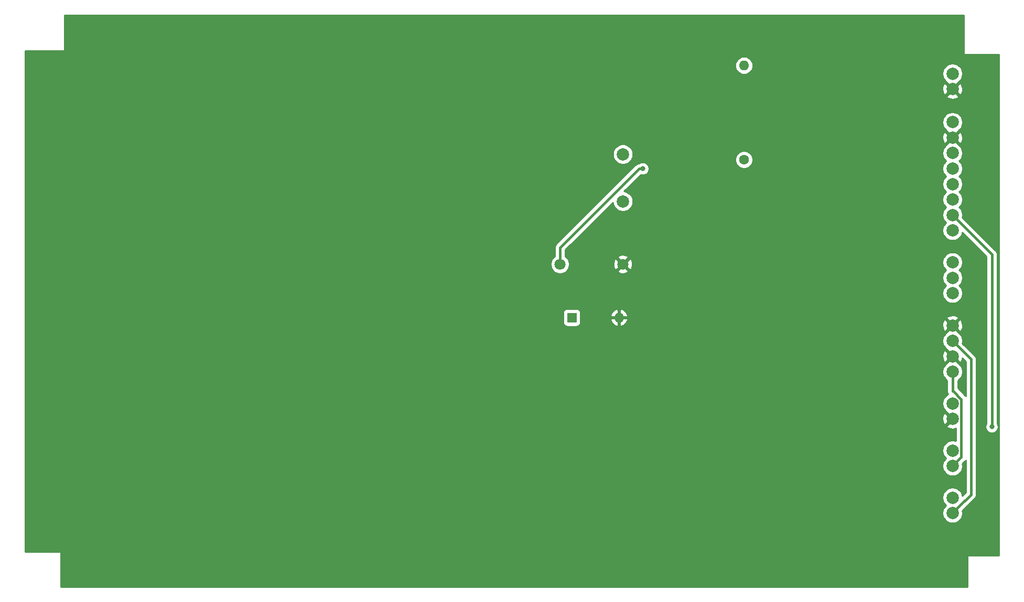
<source format=gbr>
G04 #@! TF.GenerationSoftware,KiCad,Pcbnew,(5.1.4)-1*
G04 #@! TF.CreationDate,2019-09-08T23:37:15+01:00*
G04 #@! TF.ProjectId,SafeBoard,53616665-426f-4617-9264-2e6b69636164,rev?*
G04 #@! TF.SameCoordinates,Original*
G04 #@! TF.FileFunction,Copper,L2,Bot*
G04 #@! TF.FilePolarity,Positive*
%FSLAX46Y46*%
G04 Gerber Fmt 4.6, Leading zero omitted, Abs format (unit mm)*
G04 Created by KiCad (PCBNEW (5.1.4)-1) date 2019-09-08 23:37:15*
%MOMM*%
%LPD*%
G04 APERTURE LIST*
%ADD10R,1.600000X1.600000*%
%ADD11O,1.600000X1.600000*%
%ADD12C,2.000000*%
%ADD13C,1.600000*%
%ADD14C,1.800000*%
%ADD15C,0.800000*%
%ADD16C,0.450000*%
%ADD17C,0.254000*%
G04 APERTURE END LIST*
D10*
X144742000Y-97432000D03*
D11*
X152362000Y-97432000D03*
D12*
X206210000Y-60475000D03*
X206210000Y-57975000D03*
X206210000Y-83335000D03*
X206210000Y-80835000D03*
X206210000Y-78335000D03*
X206210000Y-75835000D03*
X206210000Y-73335000D03*
X206210000Y-68335000D03*
X206210000Y-65835000D03*
X206210000Y-70835000D03*
X206210000Y-93495000D03*
X206210000Y-90995000D03*
X206210000Y-88495000D03*
X206210000Y-106195000D03*
X206210000Y-103695000D03*
X206210000Y-101195000D03*
X206210000Y-98695000D03*
X206210000Y-111315000D03*
X206210000Y-113815000D03*
X206210000Y-121435000D03*
X206210000Y-118935000D03*
X206210000Y-126555000D03*
X206210000Y-129055000D03*
D13*
X172555000Y-71905000D03*
D11*
X172555000Y-56665000D03*
D14*
X142837000Y-88796000D03*
X152997000Y-88796000D03*
D12*
X152997000Y-78636000D03*
X152997000Y-71016000D03*
D15*
X156188998Y-73335000D03*
X212560000Y-115085000D03*
D16*
X142837000Y-87523208D02*
X142837000Y-88796000D01*
X142837000Y-86121313D02*
X142837000Y-87523208D01*
X155623313Y-73335000D02*
X142837000Y-86121313D01*
X156188998Y-73335000D02*
X155623313Y-73335000D01*
X206210000Y-80835000D02*
X212560000Y-87185000D01*
X212560000Y-87185000D02*
X212560000Y-115085000D01*
X206210000Y-106195000D02*
X206210000Y-109353998D01*
X207209999Y-120435001D02*
X206210000Y-121435000D01*
X207635001Y-120009999D02*
X207209999Y-120435001D01*
X207635001Y-110630999D02*
X207635001Y-120009999D01*
X206358000Y-109353998D02*
X207635001Y-110630999D01*
X206210000Y-109353998D02*
X206358000Y-109353998D01*
X207209999Y-128055001D02*
X206210000Y-129055000D01*
X209200011Y-126064989D02*
X207209999Y-128055001D01*
X206210000Y-101195000D02*
X209200011Y-104185011D01*
X209200011Y-104185011D02*
X209200011Y-126064989D01*
D17*
G36*
X207988000Y-54760000D02*
G01*
X207990440Y-54784776D01*
X207997667Y-54808601D01*
X208009403Y-54830557D01*
X208025197Y-54849803D01*
X208044443Y-54865597D01*
X208066399Y-54877333D01*
X208090224Y-54884560D01*
X208115000Y-54887000D01*
X213703000Y-54887000D01*
X213703000Y-135913000D01*
X208750000Y-135913000D01*
X208725224Y-135915440D01*
X208701399Y-135922667D01*
X208679443Y-135934403D01*
X208660197Y-135950197D01*
X208644403Y-135969443D01*
X208632667Y-135991399D01*
X208625440Y-136015224D01*
X208623000Y-136040000D01*
X208623000Y-140993000D01*
X62192000Y-140993000D01*
X62192000Y-135405000D01*
X62189560Y-135380224D01*
X62182333Y-135356399D01*
X62170597Y-135334443D01*
X62154803Y-135315197D01*
X62135557Y-135299403D01*
X62113601Y-135287667D01*
X62089776Y-135280440D01*
X62065000Y-135278000D01*
X56477000Y-135278000D01*
X56477000Y-113877595D01*
X204568282Y-113877595D01*
X204612039Y-114196675D01*
X204717205Y-114501088D01*
X204810186Y-114675044D01*
X205074587Y-114770808D01*
X206030395Y-113815000D01*
X205074587Y-112859192D01*
X204810186Y-112954956D01*
X204669296Y-113244571D01*
X204587616Y-113556108D01*
X204568282Y-113877595D01*
X56477000Y-113877595D01*
X56477000Y-103757595D01*
X204568282Y-103757595D01*
X204612039Y-104076675D01*
X204717205Y-104381088D01*
X204810186Y-104555044D01*
X205074587Y-104650808D01*
X206030395Y-103695000D01*
X205074587Y-102739192D01*
X204810186Y-102834956D01*
X204669296Y-103124571D01*
X204587616Y-103436108D01*
X204568282Y-103757595D01*
X56477000Y-103757595D01*
X56477000Y-101033967D01*
X204575000Y-101033967D01*
X204575000Y-101356033D01*
X204637832Y-101671912D01*
X204761082Y-101969463D01*
X204940013Y-102237252D01*
X205167748Y-102464987D01*
X205264935Y-102529925D01*
X205254192Y-102559587D01*
X206210000Y-103515395D01*
X206224143Y-103501253D01*
X206403748Y-103680858D01*
X206389605Y-103695000D01*
X207345413Y-104650808D01*
X207609814Y-104555044D01*
X207750704Y-104265429D01*
X207815825Y-104017049D01*
X208340011Y-104541235D01*
X208340011Y-110134431D01*
X208246055Y-110019945D01*
X208213243Y-109993017D01*
X207070000Y-108849775D01*
X207070000Y-107586764D01*
X207252252Y-107464987D01*
X207479987Y-107237252D01*
X207658918Y-106969463D01*
X207782168Y-106671912D01*
X207845000Y-106356033D01*
X207845000Y-106033967D01*
X207782168Y-105718088D01*
X207658918Y-105420537D01*
X207479987Y-105152748D01*
X207252252Y-104925013D01*
X207155065Y-104860075D01*
X207165808Y-104830413D01*
X206210000Y-103874605D01*
X205254192Y-104830413D01*
X205264935Y-104860075D01*
X205167748Y-104925013D01*
X204940013Y-105152748D01*
X204761082Y-105420537D01*
X204637832Y-105718088D01*
X204575000Y-106033967D01*
X204575000Y-106356033D01*
X204637832Y-106671912D01*
X204761082Y-106969463D01*
X204940013Y-107237252D01*
X205167748Y-107464987D01*
X205350000Y-107586764D01*
X205350001Y-109311742D01*
X205345839Y-109353998D01*
X205362444Y-109522587D01*
X205411619Y-109684698D01*
X205491476Y-109834100D01*
X205496873Y-109840676D01*
X205435537Y-109866082D01*
X205167748Y-110045013D01*
X204940013Y-110272748D01*
X204761082Y-110540537D01*
X204637832Y-110838088D01*
X204575000Y-111153967D01*
X204575000Y-111476033D01*
X204637832Y-111791912D01*
X204761082Y-112089463D01*
X204940013Y-112357252D01*
X205167748Y-112584987D01*
X205264935Y-112649925D01*
X205254192Y-112679587D01*
X206210000Y-113635395D01*
X206224143Y-113621253D01*
X206403748Y-113800858D01*
X206389605Y-113815000D01*
X206403748Y-113829143D01*
X206224143Y-114008748D01*
X206210000Y-113994605D01*
X205254192Y-114950413D01*
X205349956Y-115214814D01*
X205639571Y-115355704D01*
X205951108Y-115437384D01*
X206272595Y-115456718D01*
X206591675Y-115412961D01*
X206775002Y-115349627D01*
X206775002Y-117399320D01*
X206686912Y-117362832D01*
X206371033Y-117300000D01*
X206048967Y-117300000D01*
X205733088Y-117362832D01*
X205435537Y-117486082D01*
X205167748Y-117665013D01*
X204940013Y-117892748D01*
X204761082Y-118160537D01*
X204637832Y-118458088D01*
X204575000Y-118773967D01*
X204575000Y-119096033D01*
X204637832Y-119411912D01*
X204761082Y-119709463D01*
X204940013Y-119977252D01*
X205147761Y-120185000D01*
X204940013Y-120392748D01*
X204761082Y-120660537D01*
X204637832Y-120958088D01*
X204575000Y-121273967D01*
X204575000Y-121596033D01*
X204637832Y-121911912D01*
X204761082Y-122209463D01*
X204940013Y-122477252D01*
X205167748Y-122704987D01*
X205435537Y-122883918D01*
X205733088Y-123007168D01*
X206048967Y-123070000D01*
X206371033Y-123070000D01*
X206686912Y-123007168D01*
X206984463Y-122883918D01*
X207252252Y-122704987D01*
X207479987Y-122477252D01*
X207658918Y-122209463D01*
X207782168Y-121911912D01*
X207845000Y-121596033D01*
X207845000Y-121273967D01*
X207802238Y-121058986D01*
X207847983Y-121013241D01*
X207847988Y-121013235D01*
X208213236Y-120647987D01*
X208246055Y-120621053D01*
X208340012Y-120506567D01*
X208340012Y-125708764D01*
X207813445Y-126235331D01*
X207782168Y-126078088D01*
X207658918Y-125780537D01*
X207479987Y-125512748D01*
X207252252Y-125285013D01*
X206984463Y-125106082D01*
X206686912Y-124982832D01*
X206371033Y-124920000D01*
X206048967Y-124920000D01*
X205733088Y-124982832D01*
X205435537Y-125106082D01*
X205167748Y-125285013D01*
X204940013Y-125512748D01*
X204761082Y-125780537D01*
X204637832Y-126078088D01*
X204575000Y-126393967D01*
X204575000Y-126716033D01*
X204637832Y-127031912D01*
X204761082Y-127329463D01*
X204940013Y-127597252D01*
X205147761Y-127805000D01*
X204940013Y-128012748D01*
X204761082Y-128280537D01*
X204637832Y-128578088D01*
X204575000Y-128893967D01*
X204575000Y-129216033D01*
X204637832Y-129531912D01*
X204761082Y-129829463D01*
X204940013Y-130097252D01*
X205167748Y-130324987D01*
X205435537Y-130503918D01*
X205733088Y-130627168D01*
X206048967Y-130690000D01*
X206371033Y-130690000D01*
X206686912Y-130627168D01*
X206984463Y-130503918D01*
X207252252Y-130324987D01*
X207479987Y-130097252D01*
X207658918Y-129829463D01*
X207782168Y-129531912D01*
X207845000Y-129216033D01*
X207845000Y-128893967D01*
X207802238Y-128678986D01*
X207847983Y-128633241D01*
X207847987Y-128633236D01*
X209778252Y-126702972D01*
X209811065Y-126676043D01*
X209918535Y-126545091D01*
X209998392Y-126395689D01*
X210047567Y-126233578D01*
X210060011Y-126107235D01*
X210060011Y-126107228D01*
X210064171Y-126064989D01*
X210060011Y-126022750D01*
X210060011Y-104227249D01*
X210064171Y-104185010D01*
X210060011Y-104142771D01*
X210060011Y-104142765D01*
X210047567Y-104016422D01*
X209998392Y-103854311D01*
X209918535Y-103704909D01*
X209811065Y-103573957D01*
X209778253Y-103547029D01*
X207802238Y-101571014D01*
X207845000Y-101356033D01*
X207845000Y-101033967D01*
X207782168Y-100718088D01*
X207658918Y-100420537D01*
X207479987Y-100152748D01*
X207252252Y-99925013D01*
X207155065Y-99860075D01*
X207165808Y-99830413D01*
X206210000Y-98874605D01*
X205254192Y-99830413D01*
X205264935Y-99860075D01*
X205167748Y-99925013D01*
X204940013Y-100152748D01*
X204761082Y-100420537D01*
X204637832Y-100718088D01*
X204575000Y-101033967D01*
X56477000Y-101033967D01*
X56477000Y-96632000D01*
X143303928Y-96632000D01*
X143303928Y-98232000D01*
X143316188Y-98356482D01*
X143352498Y-98476180D01*
X143411463Y-98586494D01*
X143490815Y-98683185D01*
X143587506Y-98762537D01*
X143697820Y-98821502D01*
X143817518Y-98857812D01*
X143942000Y-98870072D01*
X145542000Y-98870072D01*
X145666482Y-98857812D01*
X145786180Y-98821502D01*
X145896494Y-98762537D01*
X145993185Y-98683185D01*
X146072537Y-98586494D01*
X146131502Y-98476180D01*
X146167812Y-98356482D01*
X146180072Y-98232000D01*
X146180072Y-97781039D01*
X150970096Y-97781039D01*
X151010754Y-97915087D01*
X151130963Y-98169420D01*
X151298481Y-98395414D01*
X151506869Y-98584385D01*
X151748119Y-98729070D01*
X152012960Y-98823909D01*
X152235000Y-98702624D01*
X152235000Y-97559000D01*
X152489000Y-97559000D01*
X152489000Y-98702624D01*
X152711040Y-98823909D01*
X152896224Y-98757595D01*
X204568282Y-98757595D01*
X204612039Y-99076675D01*
X204717205Y-99381088D01*
X204810186Y-99555044D01*
X205074587Y-99650808D01*
X206030395Y-98695000D01*
X206389605Y-98695000D01*
X207345413Y-99650808D01*
X207609814Y-99555044D01*
X207750704Y-99265429D01*
X207832384Y-98953892D01*
X207851718Y-98632405D01*
X207807961Y-98313325D01*
X207702795Y-98008912D01*
X207609814Y-97834956D01*
X207345413Y-97739192D01*
X206389605Y-98695000D01*
X206030395Y-98695000D01*
X205074587Y-97739192D01*
X204810186Y-97834956D01*
X204669296Y-98124571D01*
X204587616Y-98436108D01*
X204568282Y-98757595D01*
X152896224Y-98757595D01*
X152975881Y-98729070D01*
X153217131Y-98584385D01*
X153425519Y-98395414D01*
X153593037Y-98169420D01*
X153713246Y-97915087D01*
X153753904Y-97781039D01*
X153632238Y-97559587D01*
X205254192Y-97559587D01*
X206210000Y-98515395D01*
X207165808Y-97559587D01*
X207070044Y-97295186D01*
X206780429Y-97154296D01*
X206468892Y-97072616D01*
X206147405Y-97053282D01*
X205828325Y-97097039D01*
X205523912Y-97202205D01*
X205349956Y-97295186D01*
X205254192Y-97559587D01*
X153632238Y-97559587D01*
X153631915Y-97559000D01*
X152489000Y-97559000D01*
X152235000Y-97559000D01*
X151092085Y-97559000D01*
X150970096Y-97781039D01*
X146180072Y-97781039D01*
X146180072Y-97082961D01*
X150970096Y-97082961D01*
X151092085Y-97305000D01*
X152235000Y-97305000D01*
X152235000Y-96161376D01*
X152489000Y-96161376D01*
X152489000Y-97305000D01*
X153631915Y-97305000D01*
X153753904Y-97082961D01*
X153713246Y-96948913D01*
X153593037Y-96694580D01*
X153425519Y-96468586D01*
X153217131Y-96279615D01*
X152975881Y-96134930D01*
X152711040Y-96040091D01*
X152489000Y-96161376D01*
X152235000Y-96161376D01*
X152012960Y-96040091D01*
X151748119Y-96134930D01*
X151506869Y-96279615D01*
X151298481Y-96468586D01*
X151130963Y-96694580D01*
X151010754Y-96948913D01*
X150970096Y-97082961D01*
X146180072Y-97082961D01*
X146180072Y-96632000D01*
X146167812Y-96507518D01*
X146131502Y-96387820D01*
X146072537Y-96277506D01*
X145993185Y-96180815D01*
X145896494Y-96101463D01*
X145786180Y-96042498D01*
X145666482Y-96006188D01*
X145542000Y-95993928D01*
X143942000Y-95993928D01*
X143817518Y-96006188D01*
X143697820Y-96042498D01*
X143587506Y-96101463D01*
X143490815Y-96180815D01*
X143411463Y-96277506D01*
X143352498Y-96387820D01*
X143316188Y-96507518D01*
X143303928Y-96632000D01*
X56477000Y-96632000D01*
X56477000Y-88644816D01*
X141302000Y-88644816D01*
X141302000Y-88947184D01*
X141360989Y-89243743D01*
X141476701Y-89523095D01*
X141644688Y-89774505D01*
X141858495Y-89988312D01*
X142109905Y-90156299D01*
X142389257Y-90272011D01*
X142685816Y-90331000D01*
X142988184Y-90331000D01*
X143284743Y-90272011D01*
X143564095Y-90156299D01*
X143815505Y-89988312D01*
X143943737Y-89860080D01*
X152112525Y-89860080D01*
X152196208Y-90114261D01*
X152468775Y-90245158D01*
X152761642Y-90320365D01*
X153063553Y-90336991D01*
X153362907Y-90294397D01*
X153648199Y-90194222D01*
X153797792Y-90114261D01*
X153881475Y-89860080D01*
X152997000Y-88975605D01*
X152112525Y-89860080D01*
X143943737Y-89860080D01*
X144029312Y-89774505D01*
X144197299Y-89523095D01*
X144313011Y-89243743D01*
X144372000Y-88947184D01*
X144372000Y-88862553D01*
X151456009Y-88862553D01*
X151498603Y-89161907D01*
X151598778Y-89447199D01*
X151678739Y-89596792D01*
X151932920Y-89680475D01*
X152817395Y-88796000D01*
X153176605Y-88796000D01*
X154061080Y-89680475D01*
X154315261Y-89596792D01*
X154446158Y-89324225D01*
X154521365Y-89031358D01*
X154537991Y-88729447D01*
X154495397Y-88430093D01*
X154461645Y-88333967D01*
X204575000Y-88333967D01*
X204575000Y-88656033D01*
X204637832Y-88971912D01*
X204761082Y-89269463D01*
X204940013Y-89537252D01*
X205147761Y-89745000D01*
X204940013Y-89952748D01*
X204761082Y-90220537D01*
X204637832Y-90518088D01*
X204575000Y-90833967D01*
X204575000Y-91156033D01*
X204637832Y-91471912D01*
X204761082Y-91769463D01*
X204940013Y-92037252D01*
X205147761Y-92245000D01*
X204940013Y-92452748D01*
X204761082Y-92720537D01*
X204637832Y-93018088D01*
X204575000Y-93333967D01*
X204575000Y-93656033D01*
X204637832Y-93971912D01*
X204761082Y-94269463D01*
X204940013Y-94537252D01*
X205167748Y-94764987D01*
X205435537Y-94943918D01*
X205733088Y-95067168D01*
X206048967Y-95130000D01*
X206371033Y-95130000D01*
X206686912Y-95067168D01*
X206984463Y-94943918D01*
X207252252Y-94764987D01*
X207479987Y-94537252D01*
X207658918Y-94269463D01*
X207782168Y-93971912D01*
X207845000Y-93656033D01*
X207845000Y-93333967D01*
X207782168Y-93018088D01*
X207658918Y-92720537D01*
X207479987Y-92452748D01*
X207272239Y-92245000D01*
X207479987Y-92037252D01*
X207658918Y-91769463D01*
X207782168Y-91471912D01*
X207845000Y-91156033D01*
X207845000Y-90833967D01*
X207782168Y-90518088D01*
X207658918Y-90220537D01*
X207479987Y-89952748D01*
X207272239Y-89745000D01*
X207479987Y-89537252D01*
X207658918Y-89269463D01*
X207782168Y-88971912D01*
X207845000Y-88656033D01*
X207845000Y-88333967D01*
X207782168Y-88018088D01*
X207658918Y-87720537D01*
X207479987Y-87452748D01*
X207252252Y-87225013D01*
X206984463Y-87046082D01*
X206686912Y-86922832D01*
X206371033Y-86860000D01*
X206048967Y-86860000D01*
X205733088Y-86922832D01*
X205435537Y-87046082D01*
X205167748Y-87225013D01*
X204940013Y-87452748D01*
X204761082Y-87720537D01*
X204637832Y-88018088D01*
X204575000Y-88333967D01*
X154461645Y-88333967D01*
X154395222Y-88144801D01*
X154315261Y-87995208D01*
X154061080Y-87911525D01*
X153176605Y-88796000D01*
X152817395Y-88796000D01*
X151932920Y-87911525D01*
X151678739Y-87995208D01*
X151547842Y-88267775D01*
X151472635Y-88560642D01*
X151456009Y-88862553D01*
X144372000Y-88862553D01*
X144372000Y-88644816D01*
X144313011Y-88348257D01*
X144197299Y-88068905D01*
X144029312Y-87817495D01*
X143943737Y-87731920D01*
X152112525Y-87731920D01*
X152997000Y-88616395D01*
X153881475Y-87731920D01*
X153797792Y-87477739D01*
X153525225Y-87346842D01*
X153232358Y-87271635D01*
X152930447Y-87255009D01*
X152631093Y-87297603D01*
X152345801Y-87397778D01*
X152196208Y-87477739D01*
X152112525Y-87731920D01*
X143943737Y-87731920D01*
X143815505Y-87603688D01*
X143697000Y-87524505D01*
X143697000Y-86477536D01*
X151364572Y-78809964D01*
X151424832Y-79112912D01*
X151548082Y-79410463D01*
X151727013Y-79678252D01*
X151954748Y-79905987D01*
X152222537Y-80084918D01*
X152520088Y-80208168D01*
X152835967Y-80271000D01*
X153158033Y-80271000D01*
X153473912Y-80208168D01*
X153771463Y-80084918D01*
X154039252Y-79905987D01*
X154266987Y-79678252D01*
X154445918Y-79410463D01*
X154569168Y-79112912D01*
X154632000Y-78797033D01*
X154632000Y-78474967D01*
X154569168Y-78159088D01*
X154445918Y-77861537D01*
X154266987Y-77593748D01*
X154039252Y-77366013D01*
X153771463Y-77187082D01*
X153473912Y-77063832D01*
X153170965Y-77003572D01*
X155856844Y-74317693D01*
X155887100Y-74330226D01*
X156087059Y-74370000D01*
X156290937Y-74370000D01*
X156490896Y-74330226D01*
X156679254Y-74252205D01*
X156848772Y-74138937D01*
X156992935Y-73994774D01*
X157106203Y-73825256D01*
X157184224Y-73636898D01*
X157223998Y-73436939D01*
X157223998Y-73233061D01*
X157184224Y-73033102D01*
X157106203Y-72844744D01*
X156992935Y-72675226D01*
X156848772Y-72531063D01*
X156679254Y-72417795D01*
X156490896Y-72339774D01*
X156290937Y-72300000D01*
X156087059Y-72300000D01*
X155887100Y-72339774D01*
X155698742Y-72417795D01*
X155618670Y-72471297D01*
X155581073Y-72475000D01*
X155581067Y-72475000D01*
X155471871Y-72485755D01*
X155454723Y-72487444D01*
X155405548Y-72502361D01*
X155292613Y-72536619D01*
X155143211Y-72616476D01*
X155012259Y-72723946D01*
X154985330Y-72756759D01*
X142258765Y-85483325D01*
X142225946Y-85510259D01*
X142118476Y-85641212D01*
X142038619Y-85790614D01*
X141989444Y-85952725D01*
X141977000Y-86079068D01*
X141977000Y-86079074D01*
X141972840Y-86121313D01*
X141977000Y-86163552D01*
X141977001Y-87480953D01*
X141977000Y-87480963D01*
X141977000Y-87524505D01*
X141858495Y-87603688D01*
X141644688Y-87817495D01*
X141476701Y-88068905D01*
X141360989Y-88348257D01*
X141302000Y-88644816D01*
X56477000Y-88644816D01*
X56477000Y-70854967D01*
X151362000Y-70854967D01*
X151362000Y-71177033D01*
X151424832Y-71492912D01*
X151548082Y-71790463D01*
X151727013Y-72058252D01*
X151954748Y-72285987D01*
X152222537Y-72464918D01*
X152520088Y-72588168D01*
X152835967Y-72651000D01*
X153158033Y-72651000D01*
X153473912Y-72588168D01*
X153771463Y-72464918D01*
X154039252Y-72285987D01*
X154266987Y-72058252D01*
X154445918Y-71790463D01*
X154457018Y-71763665D01*
X171120000Y-71763665D01*
X171120000Y-72046335D01*
X171175147Y-72323574D01*
X171283320Y-72584727D01*
X171440363Y-72819759D01*
X171640241Y-73019637D01*
X171875273Y-73176680D01*
X172136426Y-73284853D01*
X172413665Y-73340000D01*
X172696335Y-73340000D01*
X172973574Y-73284853D01*
X173234727Y-73176680D01*
X173469759Y-73019637D01*
X173669637Y-72819759D01*
X173826680Y-72584727D01*
X173934853Y-72323574D01*
X173990000Y-72046335D01*
X173990000Y-71763665D01*
X173934853Y-71486426D01*
X173826680Y-71225273D01*
X173669637Y-70990241D01*
X173469759Y-70790363D01*
X173295560Y-70673967D01*
X204575000Y-70673967D01*
X204575000Y-70996033D01*
X204637832Y-71311912D01*
X204761082Y-71609463D01*
X204940013Y-71877252D01*
X205147761Y-72085000D01*
X204940013Y-72292748D01*
X204761082Y-72560537D01*
X204637832Y-72858088D01*
X204575000Y-73173967D01*
X204575000Y-73496033D01*
X204637832Y-73811912D01*
X204761082Y-74109463D01*
X204940013Y-74377252D01*
X205147761Y-74585000D01*
X204940013Y-74792748D01*
X204761082Y-75060537D01*
X204637832Y-75358088D01*
X204575000Y-75673967D01*
X204575000Y-75996033D01*
X204637832Y-76311912D01*
X204761082Y-76609463D01*
X204940013Y-76877252D01*
X205147761Y-77085000D01*
X204940013Y-77292748D01*
X204761082Y-77560537D01*
X204637832Y-77858088D01*
X204575000Y-78173967D01*
X204575000Y-78496033D01*
X204637832Y-78811912D01*
X204761082Y-79109463D01*
X204940013Y-79377252D01*
X205147761Y-79585000D01*
X204940013Y-79792748D01*
X204761082Y-80060537D01*
X204637832Y-80358088D01*
X204575000Y-80673967D01*
X204575000Y-80996033D01*
X204637832Y-81311912D01*
X204761082Y-81609463D01*
X204940013Y-81877252D01*
X205147761Y-82085000D01*
X204940013Y-82292748D01*
X204761082Y-82560537D01*
X204637832Y-82858088D01*
X204575000Y-83173967D01*
X204575000Y-83496033D01*
X204637832Y-83811912D01*
X204761082Y-84109463D01*
X204940013Y-84377252D01*
X205167748Y-84604987D01*
X205435537Y-84783918D01*
X205733088Y-84907168D01*
X206048967Y-84970000D01*
X206371033Y-84970000D01*
X206686912Y-84907168D01*
X206984463Y-84783918D01*
X207252252Y-84604987D01*
X207479987Y-84377252D01*
X207658918Y-84109463D01*
X207782168Y-83811912D01*
X207813445Y-83654669D01*
X211700000Y-87541224D01*
X211700001Y-114509129D01*
X211642795Y-114594744D01*
X211564774Y-114783102D01*
X211525000Y-114983061D01*
X211525000Y-115186939D01*
X211564774Y-115386898D01*
X211642795Y-115575256D01*
X211756063Y-115744774D01*
X211900226Y-115888937D01*
X212069744Y-116002205D01*
X212258102Y-116080226D01*
X212458061Y-116120000D01*
X212661939Y-116120000D01*
X212861898Y-116080226D01*
X213050256Y-116002205D01*
X213219774Y-115888937D01*
X213363937Y-115744774D01*
X213477205Y-115575256D01*
X213555226Y-115386898D01*
X213595000Y-115186939D01*
X213595000Y-114983061D01*
X213555226Y-114783102D01*
X213477205Y-114594744D01*
X213420000Y-114509130D01*
X213420000Y-87227238D01*
X213424160Y-87184999D01*
X213420000Y-87142760D01*
X213420000Y-87142754D01*
X213407556Y-87016411D01*
X213358381Y-86854300D01*
X213278524Y-86704898D01*
X213171054Y-86573946D01*
X213138242Y-86547018D01*
X207802238Y-81211015D01*
X207845000Y-80996033D01*
X207845000Y-80673967D01*
X207782168Y-80358088D01*
X207658918Y-80060537D01*
X207479987Y-79792748D01*
X207272239Y-79585000D01*
X207479987Y-79377252D01*
X207658918Y-79109463D01*
X207782168Y-78811912D01*
X207845000Y-78496033D01*
X207845000Y-78173967D01*
X207782168Y-77858088D01*
X207658918Y-77560537D01*
X207479987Y-77292748D01*
X207272239Y-77085000D01*
X207479987Y-76877252D01*
X207658918Y-76609463D01*
X207782168Y-76311912D01*
X207845000Y-75996033D01*
X207845000Y-75673967D01*
X207782168Y-75358088D01*
X207658918Y-75060537D01*
X207479987Y-74792748D01*
X207272239Y-74585000D01*
X207479987Y-74377252D01*
X207658918Y-74109463D01*
X207782168Y-73811912D01*
X207845000Y-73496033D01*
X207845000Y-73173967D01*
X207782168Y-72858088D01*
X207658918Y-72560537D01*
X207479987Y-72292748D01*
X207272239Y-72085000D01*
X207479987Y-71877252D01*
X207658918Y-71609463D01*
X207782168Y-71311912D01*
X207845000Y-70996033D01*
X207845000Y-70673967D01*
X207782168Y-70358088D01*
X207658918Y-70060537D01*
X207479987Y-69792748D01*
X207252252Y-69565013D01*
X207155065Y-69500075D01*
X207165808Y-69470413D01*
X206210000Y-68514605D01*
X205254192Y-69470413D01*
X205264935Y-69500075D01*
X205167748Y-69565013D01*
X204940013Y-69792748D01*
X204761082Y-70060537D01*
X204637832Y-70358088D01*
X204575000Y-70673967D01*
X173295560Y-70673967D01*
X173234727Y-70633320D01*
X172973574Y-70525147D01*
X172696335Y-70470000D01*
X172413665Y-70470000D01*
X172136426Y-70525147D01*
X171875273Y-70633320D01*
X171640241Y-70790363D01*
X171440363Y-70990241D01*
X171283320Y-71225273D01*
X171175147Y-71486426D01*
X171120000Y-71763665D01*
X154457018Y-71763665D01*
X154569168Y-71492912D01*
X154632000Y-71177033D01*
X154632000Y-70854967D01*
X154569168Y-70539088D01*
X154445918Y-70241537D01*
X154266987Y-69973748D01*
X154039252Y-69746013D01*
X153771463Y-69567082D01*
X153473912Y-69443832D01*
X153158033Y-69381000D01*
X152835967Y-69381000D01*
X152520088Y-69443832D01*
X152222537Y-69567082D01*
X151954748Y-69746013D01*
X151727013Y-69973748D01*
X151548082Y-70241537D01*
X151424832Y-70539088D01*
X151362000Y-70854967D01*
X56477000Y-70854967D01*
X56477000Y-68397595D01*
X204568282Y-68397595D01*
X204612039Y-68716675D01*
X204717205Y-69021088D01*
X204810186Y-69195044D01*
X205074587Y-69290808D01*
X206030395Y-68335000D01*
X206389605Y-68335000D01*
X207345413Y-69290808D01*
X207609814Y-69195044D01*
X207750704Y-68905429D01*
X207832384Y-68593892D01*
X207851718Y-68272405D01*
X207807961Y-67953325D01*
X207702795Y-67648912D01*
X207609814Y-67474956D01*
X207345413Y-67379192D01*
X206389605Y-68335000D01*
X206030395Y-68335000D01*
X205074587Y-67379192D01*
X204810186Y-67474956D01*
X204669296Y-67764571D01*
X204587616Y-68076108D01*
X204568282Y-68397595D01*
X56477000Y-68397595D01*
X56477000Y-65673967D01*
X204575000Y-65673967D01*
X204575000Y-65996033D01*
X204637832Y-66311912D01*
X204761082Y-66609463D01*
X204940013Y-66877252D01*
X205167748Y-67104987D01*
X205264935Y-67169925D01*
X205254192Y-67199587D01*
X206210000Y-68155395D01*
X207165808Y-67199587D01*
X207155065Y-67169925D01*
X207252252Y-67104987D01*
X207479987Y-66877252D01*
X207658918Y-66609463D01*
X207782168Y-66311912D01*
X207845000Y-65996033D01*
X207845000Y-65673967D01*
X207782168Y-65358088D01*
X207658918Y-65060537D01*
X207479987Y-64792748D01*
X207252252Y-64565013D01*
X206984463Y-64386082D01*
X206686912Y-64262832D01*
X206371033Y-64200000D01*
X206048967Y-64200000D01*
X205733088Y-64262832D01*
X205435537Y-64386082D01*
X205167748Y-64565013D01*
X204940013Y-64792748D01*
X204761082Y-65060537D01*
X204637832Y-65358088D01*
X204575000Y-65673967D01*
X56477000Y-65673967D01*
X56477000Y-61610413D01*
X205254192Y-61610413D01*
X205349956Y-61874814D01*
X205639571Y-62015704D01*
X205951108Y-62097384D01*
X206272595Y-62116718D01*
X206591675Y-62072961D01*
X206896088Y-61967795D01*
X207070044Y-61874814D01*
X207165808Y-61610413D01*
X206210000Y-60654605D01*
X205254192Y-61610413D01*
X56477000Y-61610413D01*
X56477000Y-60537595D01*
X204568282Y-60537595D01*
X204612039Y-60856675D01*
X204717205Y-61161088D01*
X204810186Y-61335044D01*
X205074587Y-61430808D01*
X206030395Y-60475000D01*
X206389605Y-60475000D01*
X207345413Y-61430808D01*
X207609814Y-61335044D01*
X207750704Y-61045429D01*
X207832384Y-60733892D01*
X207851718Y-60412405D01*
X207807961Y-60093325D01*
X207702795Y-59788912D01*
X207609814Y-59614956D01*
X207345413Y-59519192D01*
X206389605Y-60475000D01*
X206030395Y-60475000D01*
X205074587Y-59519192D01*
X204810186Y-59614956D01*
X204669296Y-59904571D01*
X204587616Y-60216108D01*
X204568282Y-60537595D01*
X56477000Y-60537595D01*
X56477000Y-56665000D01*
X171113057Y-56665000D01*
X171140764Y-56946309D01*
X171222818Y-57216808D01*
X171356068Y-57466101D01*
X171535392Y-57684608D01*
X171753899Y-57863932D01*
X172003192Y-57997182D01*
X172273691Y-58079236D01*
X172484508Y-58100000D01*
X172625492Y-58100000D01*
X172836309Y-58079236D01*
X173106808Y-57997182D01*
X173356101Y-57863932D01*
X173416983Y-57813967D01*
X204575000Y-57813967D01*
X204575000Y-58136033D01*
X204637832Y-58451912D01*
X204761082Y-58749463D01*
X204940013Y-59017252D01*
X205167748Y-59244987D01*
X205264935Y-59309925D01*
X205254192Y-59339587D01*
X206210000Y-60295395D01*
X207165808Y-59339587D01*
X207155065Y-59309925D01*
X207252252Y-59244987D01*
X207479987Y-59017252D01*
X207658918Y-58749463D01*
X207782168Y-58451912D01*
X207845000Y-58136033D01*
X207845000Y-57813967D01*
X207782168Y-57498088D01*
X207658918Y-57200537D01*
X207479987Y-56932748D01*
X207252252Y-56705013D01*
X206984463Y-56526082D01*
X206686912Y-56402832D01*
X206371033Y-56340000D01*
X206048967Y-56340000D01*
X205733088Y-56402832D01*
X205435537Y-56526082D01*
X205167748Y-56705013D01*
X204940013Y-56932748D01*
X204761082Y-57200537D01*
X204637832Y-57498088D01*
X204575000Y-57813967D01*
X173416983Y-57813967D01*
X173574608Y-57684608D01*
X173753932Y-57466101D01*
X173887182Y-57216808D01*
X173969236Y-56946309D01*
X173996943Y-56665000D01*
X173969236Y-56383691D01*
X173887182Y-56113192D01*
X173753932Y-55863899D01*
X173574608Y-55645392D01*
X173356101Y-55466068D01*
X173106808Y-55332818D01*
X172836309Y-55250764D01*
X172625492Y-55230000D01*
X172484508Y-55230000D01*
X172273691Y-55250764D01*
X172003192Y-55332818D01*
X171753899Y-55466068D01*
X171535392Y-55645392D01*
X171356068Y-55863899D01*
X171222818Y-56113192D01*
X171140764Y-56383691D01*
X171113057Y-56665000D01*
X56477000Y-56665000D01*
X56477000Y-54252000D01*
X62700000Y-54252000D01*
X62724776Y-54249560D01*
X62748601Y-54242333D01*
X62770557Y-54230597D01*
X62789803Y-54214803D01*
X62805597Y-54195557D01*
X62817333Y-54173601D01*
X62824560Y-54149776D01*
X62827000Y-54125000D01*
X62827000Y-48537000D01*
X207988000Y-48537000D01*
X207988000Y-54760000D01*
X207988000Y-54760000D01*
G37*
X207988000Y-54760000D02*
X207990440Y-54784776D01*
X207997667Y-54808601D01*
X208009403Y-54830557D01*
X208025197Y-54849803D01*
X208044443Y-54865597D01*
X208066399Y-54877333D01*
X208090224Y-54884560D01*
X208115000Y-54887000D01*
X213703000Y-54887000D01*
X213703000Y-135913000D01*
X208750000Y-135913000D01*
X208725224Y-135915440D01*
X208701399Y-135922667D01*
X208679443Y-135934403D01*
X208660197Y-135950197D01*
X208644403Y-135969443D01*
X208632667Y-135991399D01*
X208625440Y-136015224D01*
X208623000Y-136040000D01*
X208623000Y-140993000D01*
X62192000Y-140993000D01*
X62192000Y-135405000D01*
X62189560Y-135380224D01*
X62182333Y-135356399D01*
X62170597Y-135334443D01*
X62154803Y-135315197D01*
X62135557Y-135299403D01*
X62113601Y-135287667D01*
X62089776Y-135280440D01*
X62065000Y-135278000D01*
X56477000Y-135278000D01*
X56477000Y-113877595D01*
X204568282Y-113877595D01*
X204612039Y-114196675D01*
X204717205Y-114501088D01*
X204810186Y-114675044D01*
X205074587Y-114770808D01*
X206030395Y-113815000D01*
X205074587Y-112859192D01*
X204810186Y-112954956D01*
X204669296Y-113244571D01*
X204587616Y-113556108D01*
X204568282Y-113877595D01*
X56477000Y-113877595D01*
X56477000Y-103757595D01*
X204568282Y-103757595D01*
X204612039Y-104076675D01*
X204717205Y-104381088D01*
X204810186Y-104555044D01*
X205074587Y-104650808D01*
X206030395Y-103695000D01*
X205074587Y-102739192D01*
X204810186Y-102834956D01*
X204669296Y-103124571D01*
X204587616Y-103436108D01*
X204568282Y-103757595D01*
X56477000Y-103757595D01*
X56477000Y-101033967D01*
X204575000Y-101033967D01*
X204575000Y-101356033D01*
X204637832Y-101671912D01*
X204761082Y-101969463D01*
X204940013Y-102237252D01*
X205167748Y-102464987D01*
X205264935Y-102529925D01*
X205254192Y-102559587D01*
X206210000Y-103515395D01*
X206224143Y-103501253D01*
X206403748Y-103680858D01*
X206389605Y-103695000D01*
X207345413Y-104650808D01*
X207609814Y-104555044D01*
X207750704Y-104265429D01*
X207815825Y-104017049D01*
X208340011Y-104541235D01*
X208340011Y-110134431D01*
X208246055Y-110019945D01*
X208213243Y-109993017D01*
X207070000Y-108849775D01*
X207070000Y-107586764D01*
X207252252Y-107464987D01*
X207479987Y-107237252D01*
X207658918Y-106969463D01*
X207782168Y-106671912D01*
X207845000Y-106356033D01*
X207845000Y-106033967D01*
X207782168Y-105718088D01*
X207658918Y-105420537D01*
X207479987Y-105152748D01*
X207252252Y-104925013D01*
X207155065Y-104860075D01*
X207165808Y-104830413D01*
X206210000Y-103874605D01*
X205254192Y-104830413D01*
X205264935Y-104860075D01*
X205167748Y-104925013D01*
X204940013Y-105152748D01*
X204761082Y-105420537D01*
X204637832Y-105718088D01*
X204575000Y-106033967D01*
X204575000Y-106356033D01*
X204637832Y-106671912D01*
X204761082Y-106969463D01*
X204940013Y-107237252D01*
X205167748Y-107464987D01*
X205350000Y-107586764D01*
X205350001Y-109311742D01*
X205345839Y-109353998D01*
X205362444Y-109522587D01*
X205411619Y-109684698D01*
X205491476Y-109834100D01*
X205496873Y-109840676D01*
X205435537Y-109866082D01*
X205167748Y-110045013D01*
X204940013Y-110272748D01*
X204761082Y-110540537D01*
X204637832Y-110838088D01*
X204575000Y-111153967D01*
X204575000Y-111476033D01*
X204637832Y-111791912D01*
X204761082Y-112089463D01*
X204940013Y-112357252D01*
X205167748Y-112584987D01*
X205264935Y-112649925D01*
X205254192Y-112679587D01*
X206210000Y-113635395D01*
X206224143Y-113621253D01*
X206403748Y-113800858D01*
X206389605Y-113815000D01*
X206403748Y-113829143D01*
X206224143Y-114008748D01*
X206210000Y-113994605D01*
X205254192Y-114950413D01*
X205349956Y-115214814D01*
X205639571Y-115355704D01*
X205951108Y-115437384D01*
X206272595Y-115456718D01*
X206591675Y-115412961D01*
X206775002Y-115349627D01*
X206775002Y-117399320D01*
X206686912Y-117362832D01*
X206371033Y-117300000D01*
X206048967Y-117300000D01*
X205733088Y-117362832D01*
X205435537Y-117486082D01*
X205167748Y-117665013D01*
X204940013Y-117892748D01*
X204761082Y-118160537D01*
X204637832Y-118458088D01*
X204575000Y-118773967D01*
X204575000Y-119096033D01*
X204637832Y-119411912D01*
X204761082Y-119709463D01*
X204940013Y-119977252D01*
X205147761Y-120185000D01*
X204940013Y-120392748D01*
X204761082Y-120660537D01*
X204637832Y-120958088D01*
X204575000Y-121273967D01*
X204575000Y-121596033D01*
X204637832Y-121911912D01*
X204761082Y-122209463D01*
X204940013Y-122477252D01*
X205167748Y-122704987D01*
X205435537Y-122883918D01*
X205733088Y-123007168D01*
X206048967Y-123070000D01*
X206371033Y-123070000D01*
X206686912Y-123007168D01*
X206984463Y-122883918D01*
X207252252Y-122704987D01*
X207479987Y-122477252D01*
X207658918Y-122209463D01*
X207782168Y-121911912D01*
X207845000Y-121596033D01*
X207845000Y-121273967D01*
X207802238Y-121058986D01*
X207847983Y-121013241D01*
X207847988Y-121013235D01*
X208213236Y-120647987D01*
X208246055Y-120621053D01*
X208340012Y-120506567D01*
X208340012Y-125708764D01*
X207813445Y-126235331D01*
X207782168Y-126078088D01*
X207658918Y-125780537D01*
X207479987Y-125512748D01*
X207252252Y-125285013D01*
X206984463Y-125106082D01*
X206686912Y-124982832D01*
X206371033Y-124920000D01*
X206048967Y-124920000D01*
X205733088Y-124982832D01*
X205435537Y-125106082D01*
X205167748Y-125285013D01*
X204940013Y-125512748D01*
X204761082Y-125780537D01*
X204637832Y-126078088D01*
X204575000Y-126393967D01*
X204575000Y-126716033D01*
X204637832Y-127031912D01*
X204761082Y-127329463D01*
X204940013Y-127597252D01*
X205147761Y-127805000D01*
X204940013Y-128012748D01*
X204761082Y-128280537D01*
X204637832Y-128578088D01*
X204575000Y-128893967D01*
X204575000Y-129216033D01*
X204637832Y-129531912D01*
X204761082Y-129829463D01*
X204940013Y-130097252D01*
X205167748Y-130324987D01*
X205435537Y-130503918D01*
X205733088Y-130627168D01*
X206048967Y-130690000D01*
X206371033Y-130690000D01*
X206686912Y-130627168D01*
X206984463Y-130503918D01*
X207252252Y-130324987D01*
X207479987Y-130097252D01*
X207658918Y-129829463D01*
X207782168Y-129531912D01*
X207845000Y-129216033D01*
X207845000Y-128893967D01*
X207802238Y-128678986D01*
X207847983Y-128633241D01*
X207847987Y-128633236D01*
X209778252Y-126702972D01*
X209811065Y-126676043D01*
X209918535Y-126545091D01*
X209998392Y-126395689D01*
X210047567Y-126233578D01*
X210060011Y-126107235D01*
X210060011Y-126107228D01*
X210064171Y-126064989D01*
X210060011Y-126022750D01*
X210060011Y-104227249D01*
X210064171Y-104185010D01*
X210060011Y-104142771D01*
X210060011Y-104142765D01*
X210047567Y-104016422D01*
X209998392Y-103854311D01*
X209918535Y-103704909D01*
X209811065Y-103573957D01*
X209778253Y-103547029D01*
X207802238Y-101571014D01*
X207845000Y-101356033D01*
X207845000Y-101033967D01*
X207782168Y-100718088D01*
X207658918Y-100420537D01*
X207479987Y-100152748D01*
X207252252Y-99925013D01*
X207155065Y-99860075D01*
X207165808Y-99830413D01*
X206210000Y-98874605D01*
X205254192Y-99830413D01*
X205264935Y-99860075D01*
X205167748Y-99925013D01*
X204940013Y-100152748D01*
X204761082Y-100420537D01*
X204637832Y-100718088D01*
X204575000Y-101033967D01*
X56477000Y-101033967D01*
X56477000Y-96632000D01*
X143303928Y-96632000D01*
X143303928Y-98232000D01*
X143316188Y-98356482D01*
X143352498Y-98476180D01*
X143411463Y-98586494D01*
X143490815Y-98683185D01*
X143587506Y-98762537D01*
X143697820Y-98821502D01*
X143817518Y-98857812D01*
X143942000Y-98870072D01*
X145542000Y-98870072D01*
X145666482Y-98857812D01*
X145786180Y-98821502D01*
X145896494Y-98762537D01*
X145993185Y-98683185D01*
X146072537Y-98586494D01*
X146131502Y-98476180D01*
X146167812Y-98356482D01*
X146180072Y-98232000D01*
X146180072Y-97781039D01*
X150970096Y-97781039D01*
X151010754Y-97915087D01*
X151130963Y-98169420D01*
X151298481Y-98395414D01*
X151506869Y-98584385D01*
X151748119Y-98729070D01*
X152012960Y-98823909D01*
X152235000Y-98702624D01*
X152235000Y-97559000D01*
X152489000Y-97559000D01*
X152489000Y-98702624D01*
X152711040Y-98823909D01*
X152896224Y-98757595D01*
X204568282Y-98757595D01*
X204612039Y-99076675D01*
X204717205Y-99381088D01*
X204810186Y-99555044D01*
X205074587Y-99650808D01*
X206030395Y-98695000D01*
X206389605Y-98695000D01*
X207345413Y-99650808D01*
X207609814Y-99555044D01*
X207750704Y-99265429D01*
X207832384Y-98953892D01*
X207851718Y-98632405D01*
X207807961Y-98313325D01*
X207702795Y-98008912D01*
X207609814Y-97834956D01*
X207345413Y-97739192D01*
X206389605Y-98695000D01*
X206030395Y-98695000D01*
X205074587Y-97739192D01*
X204810186Y-97834956D01*
X204669296Y-98124571D01*
X204587616Y-98436108D01*
X204568282Y-98757595D01*
X152896224Y-98757595D01*
X152975881Y-98729070D01*
X153217131Y-98584385D01*
X153425519Y-98395414D01*
X153593037Y-98169420D01*
X153713246Y-97915087D01*
X153753904Y-97781039D01*
X153632238Y-97559587D01*
X205254192Y-97559587D01*
X206210000Y-98515395D01*
X207165808Y-97559587D01*
X207070044Y-97295186D01*
X206780429Y-97154296D01*
X206468892Y-97072616D01*
X206147405Y-97053282D01*
X205828325Y-97097039D01*
X205523912Y-97202205D01*
X205349956Y-97295186D01*
X205254192Y-97559587D01*
X153632238Y-97559587D01*
X153631915Y-97559000D01*
X152489000Y-97559000D01*
X152235000Y-97559000D01*
X151092085Y-97559000D01*
X150970096Y-97781039D01*
X146180072Y-97781039D01*
X146180072Y-97082961D01*
X150970096Y-97082961D01*
X151092085Y-97305000D01*
X152235000Y-97305000D01*
X152235000Y-96161376D01*
X152489000Y-96161376D01*
X152489000Y-97305000D01*
X153631915Y-97305000D01*
X153753904Y-97082961D01*
X153713246Y-96948913D01*
X153593037Y-96694580D01*
X153425519Y-96468586D01*
X153217131Y-96279615D01*
X152975881Y-96134930D01*
X152711040Y-96040091D01*
X152489000Y-96161376D01*
X152235000Y-96161376D01*
X152012960Y-96040091D01*
X151748119Y-96134930D01*
X151506869Y-96279615D01*
X151298481Y-96468586D01*
X151130963Y-96694580D01*
X151010754Y-96948913D01*
X150970096Y-97082961D01*
X146180072Y-97082961D01*
X146180072Y-96632000D01*
X146167812Y-96507518D01*
X146131502Y-96387820D01*
X146072537Y-96277506D01*
X145993185Y-96180815D01*
X145896494Y-96101463D01*
X145786180Y-96042498D01*
X145666482Y-96006188D01*
X145542000Y-95993928D01*
X143942000Y-95993928D01*
X143817518Y-96006188D01*
X143697820Y-96042498D01*
X143587506Y-96101463D01*
X143490815Y-96180815D01*
X143411463Y-96277506D01*
X143352498Y-96387820D01*
X143316188Y-96507518D01*
X143303928Y-96632000D01*
X56477000Y-96632000D01*
X56477000Y-88644816D01*
X141302000Y-88644816D01*
X141302000Y-88947184D01*
X141360989Y-89243743D01*
X141476701Y-89523095D01*
X141644688Y-89774505D01*
X141858495Y-89988312D01*
X142109905Y-90156299D01*
X142389257Y-90272011D01*
X142685816Y-90331000D01*
X142988184Y-90331000D01*
X143284743Y-90272011D01*
X143564095Y-90156299D01*
X143815505Y-89988312D01*
X143943737Y-89860080D01*
X152112525Y-89860080D01*
X152196208Y-90114261D01*
X152468775Y-90245158D01*
X152761642Y-90320365D01*
X153063553Y-90336991D01*
X153362907Y-90294397D01*
X153648199Y-90194222D01*
X153797792Y-90114261D01*
X153881475Y-89860080D01*
X152997000Y-88975605D01*
X152112525Y-89860080D01*
X143943737Y-89860080D01*
X144029312Y-89774505D01*
X144197299Y-89523095D01*
X144313011Y-89243743D01*
X144372000Y-88947184D01*
X144372000Y-88862553D01*
X151456009Y-88862553D01*
X151498603Y-89161907D01*
X151598778Y-89447199D01*
X151678739Y-89596792D01*
X151932920Y-89680475D01*
X152817395Y-88796000D01*
X153176605Y-88796000D01*
X154061080Y-89680475D01*
X154315261Y-89596792D01*
X154446158Y-89324225D01*
X154521365Y-89031358D01*
X154537991Y-88729447D01*
X154495397Y-88430093D01*
X154461645Y-88333967D01*
X204575000Y-88333967D01*
X204575000Y-88656033D01*
X204637832Y-88971912D01*
X204761082Y-89269463D01*
X204940013Y-89537252D01*
X205147761Y-89745000D01*
X204940013Y-89952748D01*
X204761082Y-90220537D01*
X204637832Y-90518088D01*
X204575000Y-90833967D01*
X204575000Y-91156033D01*
X204637832Y-91471912D01*
X204761082Y-91769463D01*
X204940013Y-92037252D01*
X205147761Y-92245000D01*
X204940013Y-92452748D01*
X204761082Y-92720537D01*
X204637832Y-93018088D01*
X204575000Y-93333967D01*
X204575000Y-93656033D01*
X204637832Y-93971912D01*
X204761082Y-94269463D01*
X204940013Y-94537252D01*
X205167748Y-94764987D01*
X205435537Y-94943918D01*
X205733088Y-95067168D01*
X206048967Y-95130000D01*
X206371033Y-95130000D01*
X206686912Y-95067168D01*
X206984463Y-94943918D01*
X207252252Y-94764987D01*
X207479987Y-94537252D01*
X207658918Y-94269463D01*
X207782168Y-93971912D01*
X207845000Y-93656033D01*
X207845000Y-93333967D01*
X207782168Y-93018088D01*
X207658918Y-92720537D01*
X207479987Y-92452748D01*
X207272239Y-92245000D01*
X207479987Y-92037252D01*
X207658918Y-91769463D01*
X207782168Y-91471912D01*
X207845000Y-91156033D01*
X207845000Y-90833967D01*
X207782168Y-90518088D01*
X207658918Y-90220537D01*
X207479987Y-89952748D01*
X207272239Y-89745000D01*
X207479987Y-89537252D01*
X207658918Y-89269463D01*
X207782168Y-88971912D01*
X207845000Y-88656033D01*
X207845000Y-88333967D01*
X207782168Y-88018088D01*
X207658918Y-87720537D01*
X207479987Y-87452748D01*
X207252252Y-87225013D01*
X206984463Y-87046082D01*
X206686912Y-86922832D01*
X206371033Y-86860000D01*
X206048967Y-86860000D01*
X205733088Y-86922832D01*
X205435537Y-87046082D01*
X205167748Y-87225013D01*
X204940013Y-87452748D01*
X204761082Y-87720537D01*
X204637832Y-88018088D01*
X204575000Y-88333967D01*
X154461645Y-88333967D01*
X154395222Y-88144801D01*
X154315261Y-87995208D01*
X154061080Y-87911525D01*
X153176605Y-88796000D01*
X152817395Y-88796000D01*
X151932920Y-87911525D01*
X151678739Y-87995208D01*
X151547842Y-88267775D01*
X151472635Y-88560642D01*
X151456009Y-88862553D01*
X144372000Y-88862553D01*
X144372000Y-88644816D01*
X144313011Y-88348257D01*
X144197299Y-88068905D01*
X144029312Y-87817495D01*
X143943737Y-87731920D01*
X152112525Y-87731920D01*
X152997000Y-88616395D01*
X153881475Y-87731920D01*
X153797792Y-87477739D01*
X153525225Y-87346842D01*
X153232358Y-87271635D01*
X152930447Y-87255009D01*
X152631093Y-87297603D01*
X152345801Y-87397778D01*
X152196208Y-87477739D01*
X152112525Y-87731920D01*
X143943737Y-87731920D01*
X143815505Y-87603688D01*
X143697000Y-87524505D01*
X143697000Y-86477536D01*
X151364572Y-78809964D01*
X151424832Y-79112912D01*
X151548082Y-79410463D01*
X151727013Y-79678252D01*
X151954748Y-79905987D01*
X152222537Y-80084918D01*
X152520088Y-80208168D01*
X152835967Y-80271000D01*
X153158033Y-80271000D01*
X153473912Y-80208168D01*
X153771463Y-80084918D01*
X154039252Y-79905987D01*
X154266987Y-79678252D01*
X154445918Y-79410463D01*
X154569168Y-79112912D01*
X154632000Y-78797033D01*
X154632000Y-78474967D01*
X154569168Y-78159088D01*
X154445918Y-77861537D01*
X154266987Y-77593748D01*
X154039252Y-77366013D01*
X153771463Y-77187082D01*
X153473912Y-77063832D01*
X153170965Y-77003572D01*
X155856844Y-74317693D01*
X155887100Y-74330226D01*
X156087059Y-74370000D01*
X156290937Y-74370000D01*
X156490896Y-74330226D01*
X156679254Y-74252205D01*
X156848772Y-74138937D01*
X156992935Y-73994774D01*
X157106203Y-73825256D01*
X157184224Y-73636898D01*
X157223998Y-73436939D01*
X157223998Y-73233061D01*
X157184224Y-73033102D01*
X157106203Y-72844744D01*
X156992935Y-72675226D01*
X156848772Y-72531063D01*
X156679254Y-72417795D01*
X156490896Y-72339774D01*
X156290937Y-72300000D01*
X156087059Y-72300000D01*
X155887100Y-72339774D01*
X155698742Y-72417795D01*
X155618670Y-72471297D01*
X155581073Y-72475000D01*
X155581067Y-72475000D01*
X155471871Y-72485755D01*
X155454723Y-72487444D01*
X155405548Y-72502361D01*
X155292613Y-72536619D01*
X155143211Y-72616476D01*
X155012259Y-72723946D01*
X154985330Y-72756759D01*
X142258765Y-85483325D01*
X142225946Y-85510259D01*
X142118476Y-85641212D01*
X142038619Y-85790614D01*
X141989444Y-85952725D01*
X141977000Y-86079068D01*
X141977000Y-86079074D01*
X141972840Y-86121313D01*
X141977000Y-86163552D01*
X141977001Y-87480953D01*
X141977000Y-87480963D01*
X141977000Y-87524505D01*
X141858495Y-87603688D01*
X141644688Y-87817495D01*
X141476701Y-88068905D01*
X141360989Y-88348257D01*
X141302000Y-88644816D01*
X56477000Y-88644816D01*
X56477000Y-70854967D01*
X151362000Y-70854967D01*
X151362000Y-71177033D01*
X151424832Y-71492912D01*
X151548082Y-71790463D01*
X151727013Y-72058252D01*
X151954748Y-72285987D01*
X152222537Y-72464918D01*
X152520088Y-72588168D01*
X152835967Y-72651000D01*
X153158033Y-72651000D01*
X153473912Y-72588168D01*
X153771463Y-72464918D01*
X154039252Y-72285987D01*
X154266987Y-72058252D01*
X154445918Y-71790463D01*
X154457018Y-71763665D01*
X171120000Y-71763665D01*
X171120000Y-72046335D01*
X171175147Y-72323574D01*
X171283320Y-72584727D01*
X171440363Y-72819759D01*
X171640241Y-73019637D01*
X171875273Y-73176680D01*
X172136426Y-73284853D01*
X172413665Y-73340000D01*
X172696335Y-73340000D01*
X172973574Y-73284853D01*
X173234727Y-73176680D01*
X173469759Y-73019637D01*
X173669637Y-72819759D01*
X173826680Y-72584727D01*
X173934853Y-72323574D01*
X173990000Y-72046335D01*
X173990000Y-71763665D01*
X173934853Y-71486426D01*
X173826680Y-71225273D01*
X173669637Y-70990241D01*
X173469759Y-70790363D01*
X173295560Y-70673967D01*
X204575000Y-70673967D01*
X204575000Y-70996033D01*
X204637832Y-71311912D01*
X204761082Y-71609463D01*
X204940013Y-71877252D01*
X205147761Y-72085000D01*
X204940013Y-72292748D01*
X204761082Y-72560537D01*
X204637832Y-72858088D01*
X204575000Y-73173967D01*
X204575000Y-73496033D01*
X204637832Y-73811912D01*
X204761082Y-74109463D01*
X204940013Y-74377252D01*
X205147761Y-74585000D01*
X204940013Y-74792748D01*
X204761082Y-75060537D01*
X204637832Y-75358088D01*
X204575000Y-75673967D01*
X204575000Y-75996033D01*
X204637832Y-76311912D01*
X204761082Y-76609463D01*
X204940013Y-76877252D01*
X205147761Y-77085000D01*
X204940013Y-77292748D01*
X204761082Y-77560537D01*
X204637832Y-77858088D01*
X204575000Y-78173967D01*
X204575000Y-78496033D01*
X204637832Y-78811912D01*
X204761082Y-79109463D01*
X204940013Y-79377252D01*
X205147761Y-79585000D01*
X204940013Y-79792748D01*
X204761082Y-80060537D01*
X204637832Y-80358088D01*
X204575000Y-80673967D01*
X204575000Y-80996033D01*
X204637832Y-81311912D01*
X204761082Y-81609463D01*
X204940013Y-81877252D01*
X205147761Y-82085000D01*
X204940013Y-82292748D01*
X204761082Y-82560537D01*
X204637832Y-82858088D01*
X204575000Y-83173967D01*
X204575000Y-83496033D01*
X204637832Y-83811912D01*
X204761082Y-84109463D01*
X204940013Y-84377252D01*
X205167748Y-84604987D01*
X205435537Y-84783918D01*
X205733088Y-84907168D01*
X206048967Y-84970000D01*
X206371033Y-84970000D01*
X206686912Y-84907168D01*
X206984463Y-84783918D01*
X207252252Y-84604987D01*
X207479987Y-84377252D01*
X207658918Y-84109463D01*
X207782168Y-83811912D01*
X207813445Y-83654669D01*
X211700000Y-87541224D01*
X211700001Y-114509129D01*
X211642795Y-114594744D01*
X211564774Y-114783102D01*
X211525000Y-114983061D01*
X211525000Y-115186939D01*
X211564774Y-115386898D01*
X211642795Y-115575256D01*
X211756063Y-115744774D01*
X211900226Y-115888937D01*
X212069744Y-116002205D01*
X212258102Y-116080226D01*
X212458061Y-116120000D01*
X212661939Y-116120000D01*
X212861898Y-116080226D01*
X213050256Y-116002205D01*
X213219774Y-115888937D01*
X213363937Y-115744774D01*
X213477205Y-115575256D01*
X213555226Y-115386898D01*
X213595000Y-115186939D01*
X213595000Y-114983061D01*
X213555226Y-114783102D01*
X213477205Y-114594744D01*
X213420000Y-114509130D01*
X213420000Y-87227238D01*
X213424160Y-87184999D01*
X213420000Y-87142760D01*
X213420000Y-87142754D01*
X213407556Y-87016411D01*
X213358381Y-86854300D01*
X213278524Y-86704898D01*
X213171054Y-86573946D01*
X213138242Y-86547018D01*
X207802238Y-81211015D01*
X207845000Y-80996033D01*
X207845000Y-80673967D01*
X207782168Y-80358088D01*
X207658918Y-80060537D01*
X207479987Y-79792748D01*
X207272239Y-79585000D01*
X207479987Y-79377252D01*
X207658918Y-79109463D01*
X207782168Y-78811912D01*
X207845000Y-78496033D01*
X207845000Y-78173967D01*
X207782168Y-77858088D01*
X207658918Y-77560537D01*
X207479987Y-77292748D01*
X207272239Y-77085000D01*
X207479987Y-76877252D01*
X207658918Y-76609463D01*
X207782168Y-76311912D01*
X207845000Y-75996033D01*
X207845000Y-75673967D01*
X207782168Y-75358088D01*
X207658918Y-75060537D01*
X207479987Y-74792748D01*
X207272239Y-74585000D01*
X207479987Y-74377252D01*
X207658918Y-74109463D01*
X207782168Y-73811912D01*
X207845000Y-73496033D01*
X207845000Y-73173967D01*
X207782168Y-72858088D01*
X207658918Y-72560537D01*
X207479987Y-72292748D01*
X207272239Y-72085000D01*
X207479987Y-71877252D01*
X207658918Y-71609463D01*
X207782168Y-71311912D01*
X207845000Y-70996033D01*
X207845000Y-70673967D01*
X207782168Y-70358088D01*
X207658918Y-70060537D01*
X207479987Y-69792748D01*
X207252252Y-69565013D01*
X207155065Y-69500075D01*
X207165808Y-69470413D01*
X206210000Y-68514605D01*
X205254192Y-69470413D01*
X205264935Y-69500075D01*
X205167748Y-69565013D01*
X204940013Y-69792748D01*
X204761082Y-70060537D01*
X204637832Y-70358088D01*
X204575000Y-70673967D01*
X173295560Y-70673967D01*
X173234727Y-70633320D01*
X172973574Y-70525147D01*
X172696335Y-70470000D01*
X172413665Y-70470000D01*
X172136426Y-70525147D01*
X171875273Y-70633320D01*
X171640241Y-70790363D01*
X171440363Y-70990241D01*
X171283320Y-71225273D01*
X171175147Y-71486426D01*
X171120000Y-71763665D01*
X154457018Y-71763665D01*
X154569168Y-71492912D01*
X154632000Y-71177033D01*
X154632000Y-70854967D01*
X154569168Y-70539088D01*
X154445918Y-70241537D01*
X154266987Y-69973748D01*
X154039252Y-69746013D01*
X153771463Y-69567082D01*
X153473912Y-69443832D01*
X153158033Y-69381000D01*
X152835967Y-69381000D01*
X152520088Y-69443832D01*
X152222537Y-69567082D01*
X151954748Y-69746013D01*
X151727013Y-69973748D01*
X151548082Y-70241537D01*
X151424832Y-70539088D01*
X151362000Y-70854967D01*
X56477000Y-70854967D01*
X56477000Y-68397595D01*
X204568282Y-68397595D01*
X204612039Y-68716675D01*
X204717205Y-69021088D01*
X204810186Y-69195044D01*
X205074587Y-69290808D01*
X206030395Y-68335000D01*
X206389605Y-68335000D01*
X207345413Y-69290808D01*
X207609814Y-69195044D01*
X207750704Y-68905429D01*
X207832384Y-68593892D01*
X207851718Y-68272405D01*
X207807961Y-67953325D01*
X207702795Y-67648912D01*
X207609814Y-67474956D01*
X207345413Y-67379192D01*
X206389605Y-68335000D01*
X206030395Y-68335000D01*
X205074587Y-67379192D01*
X204810186Y-67474956D01*
X204669296Y-67764571D01*
X204587616Y-68076108D01*
X204568282Y-68397595D01*
X56477000Y-68397595D01*
X56477000Y-65673967D01*
X204575000Y-65673967D01*
X204575000Y-65996033D01*
X204637832Y-66311912D01*
X204761082Y-66609463D01*
X204940013Y-66877252D01*
X205167748Y-67104987D01*
X205264935Y-67169925D01*
X205254192Y-67199587D01*
X206210000Y-68155395D01*
X207165808Y-67199587D01*
X207155065Y-67169925D01*
X207252252Y-67104987D01*
X207479987Y-66877252D01*
X207658918Y-66609463D01*
X207782168Y-66311912D01*
X207845000Y-65996033D01*
X207845000Y-65673967D01*
X207782168Y-65358088D01*
X207658918Y-65060537D01*
X207479987Y-64792748D01*
X207252252Y-64565013D01*
X206984463Y-64386082D01*
X206686912Y-64262832D01*
X206371033Y-64200000D01*
X206048967Y-64200000D01*
X205733088Y-64262832D01*
X205435537Y-64386082D01*
X205167748Y-64565013D01*
X204940013Y-64792748D01*
X204761082Y-65060537D01*
X204637832Y-65358088D01*
X204575000Y-65673967D01*
X56477000Y-65673967D01*
X56477000Y-61610413D01*
X205254192Y-61610413D01*
X205349956Y-61874814D01*
X205639571Y-62015704D01*
X205951108Y-62097384D01*
X206272595Y-62116718D01*
X206591675Y-62072961D01*
X206896088Y-61967795D01*
X207070044Y-61874814D01*
X207165808Y-61610413D01*
X206210000Y-60654605D01*
X205254192Y-61610413D01*
X56477000Y-61610413D01*
X56477000Y-60537595D01*
X204568282Y-60537595D01*
X204612039Y-60856675D01*
X204717205Y-61161088D01*
X204810186Y-61335044D01*
X205074587Y-61430808D01*
X206030395Y-60475000D01*
X206389605Y-60475000D01*
X207345413Y-61430808D01*
X207609814Y-61335044D01*
X207750704Y-61045429D01*
X207832384Y-60733892D01*
X207851718Y-60412405D01*
X207807961Y-60093325D01*
X207702795Y-59788912D01*
X207609814Y-59614956D01*
X207345413Y-59519192D01*
X206389605Y-60475000D01*
X206030395Y-60475000D01*
X205074587Y-59519192D01*
X204810186Y-59614956D01*
X204669296Y-59904571D01*
X204587616Y-60216108D01*
X204568282Y-60537595D01*
X56477000Y-60537595D01*
X56477000Y-56665000D01*
X171113057Y-56665000D01*
X171140764Y-56946309D01*
X171222818Y-57216808D01*
X171356068Y-57466101D01*
X171535392Y-57684608D01*
X171753899Y-57863932D01*
X172003192Y-57997182D01*
X172273691Y-58079236D01*
X172484508Y-58100000D01*
X172625492Y-58100000D01*
X172836309Y-58079236D01*
X173106808Y-57997182D01*
X173356101Y-57863932D01*
X173416983Y-57813967D01*
X204575000Y-57813967D01*
X204575000Y-58136033D01*
X204637832Y-58451912D01*
X204761082Y-58749463D01*
X204940013Y-59017252D01*
X205167748Y-59244987D01*
X205264935Y-59309925D01*
X205254192Y-59339587D01*
X206210000Y-60295395D01*
X207165808Y-59339587D01*
X207155065Y-59309925D01*
X207252252Y-59244987D01*
X207479987Y-59017252D01*
X207658918Y-58749463D01*
X207782168Y-58451912D01*
X207845000Y-58136033D01*
X207845000Y-57813967D01*
X207782168Y-57498088D01*
X207658918Y-57200537D01*
X207479987Y-56932748D01*
X207252252Y-56705013D01*
X206984463Y-56526082D01*
X206686912Y-56402832D01*
X206371033Y-56340000D01*
X206048967Y-56340000D01*
X205733088Y-56402832D01*
X205435537Y-56526082D01*
X205167748Y-56705013D01*
X204940013Y-56932748D01*
X204761082Y-57200537D01*
X204637832Y-57498088D01*
X204575000Y-57813967D01*
X173416983Y-57813967D01*
X173574608Y-57684608D01*
X173753932Y-57466101D01*
X173887182Y-57216808D01*
X173969236Y-56946309D01*
X173996943Y-56665000D01*
X173969236Y-56383691D01*
X173887182Y-56113192D01*
X173753932Y-55863899D01*
X173574608Y-55645392D01*
X173356101Y-55466068D01*
X173106808Y-55332818D01*
X172836309Y-55250764D01*
X172625492Y-55230000D01*
X172484508Y-55230000D01*
X172273691Y-55250764D01*
X172003192Y-55332818D01*
X171753899Y-55466068D01*
X171535392Y-55645392D01*
X171356068Y-55863899D01*
X171222818Y-56113192D01*
X171140764Y-56383691D01*
X171113057Y-56665000D01*
X56477000Y-56665000D01*
X56477000Y-54252000D01*
X62700000Y-54252000D01*
X62724776Y-54249560D01*
X62748601Y-54242333D01*
X62770557Y-54230597D01*
X62789803Y-54214803D01*
X62805597Y-54195557D01*
X62817333Y-54173601D01*
X62824560Y-54149776D01*
X62827000Y-54125000D01*
X62827000Y-48537000D01*
X207988000Y-48537000D01*
X207988000Y-54760000D01*
M02*

</source>
